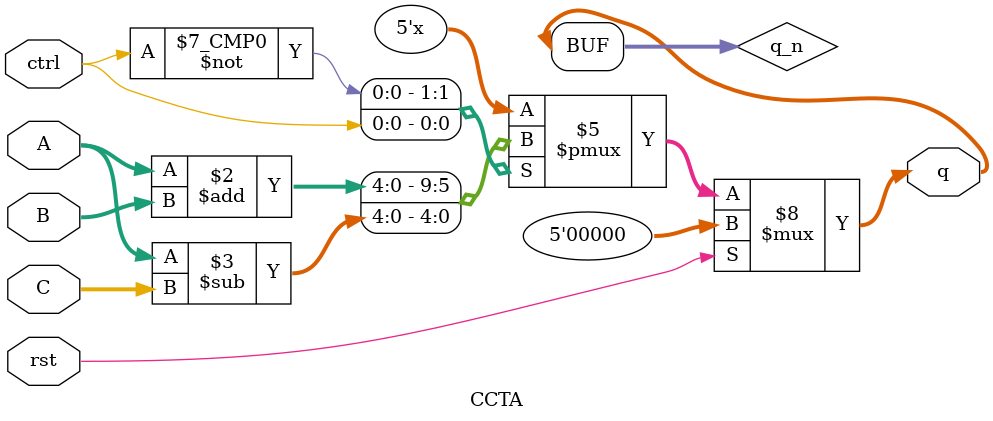
<source format=v>
`timescale 1ns / 1ps


module CCTA(
        input [3:0] A,
        input [3:0] B,
        input [3:0] C,
        input rst,
        input ctrl,
        output [4:0] q
);

reg[4:0]q_n;
reg rst_n;
assign q = q_n;

always @(rst,ctrl,A,B,C) begin
    case(ctrl)
        1'b0 : q_n <= A + B;
        1'b1 : q_n <= A - C;
    endcase
if(rst == 1'b1)begin
        q_n <= 0;
    end
end

endmodule
</source>
